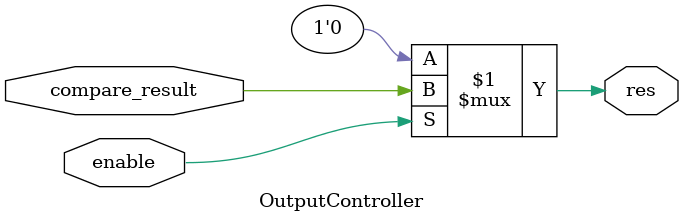
<source format=sv>
module Comparator_MultiMode #(
    parameter TYPE = 0, // 0:Equal, 1:Greater, 2:Less
    parameter WIDTH = 32
)(
    input               enable,   // 比较使能信号  
    input  [WIDTH-1:0]  a, b,
    output              res
);
    // 内部信号定义
    wire compare_result;
    wire compare_enable = enable;
    
    // 比较器核心子模块实例化
    ComparatorCore #(
        .TYPE(TYPE),
        .WIDTH(WIDTH)
    ) comparator_core_inst (
        .a(a),
        .b(b),
        .compare_result(compare_result)
    );
    
    // 输出控制子模块实例化
    OutputController output_controller_inst (
        .enable(compare_enable),
        .compare_result(compare_result),
        .res(res)
    );
endmodule

// 比较器核心子模块 - 负责不同类型的比较逻辑
module ComparatorCore #(
    parameter TYPE = 0, // 0:Equal, 1:Greater, 2:Less
    parameter WIDTH = 32
)(
    input  [WIDTH-1:0] a, b,
    output compare_result
);
    // 比较操作结果
    wire equal   = (a == b);
    wire greater = (a > b);
    wire less    = (a < b);
    
    // 根据参数选择比较结果
    reg result_mux;
    
    always @(*) begin
        case(TYPE)
            0: result_mux = equal;
            1: result_mux = greater;
            default: result_mux = less;
        endcase
    end
    
    assign compare_result = result_mux;
endmodule

// 输出控制子模块 - 处理使能控制和最终输出
module OutputController (
    input enable,
    input compare_result,
    output res
);
    // 根据使能信号控制输出
    assign res = enable ? compare_result : 1'b0;
endmodule
</source>
